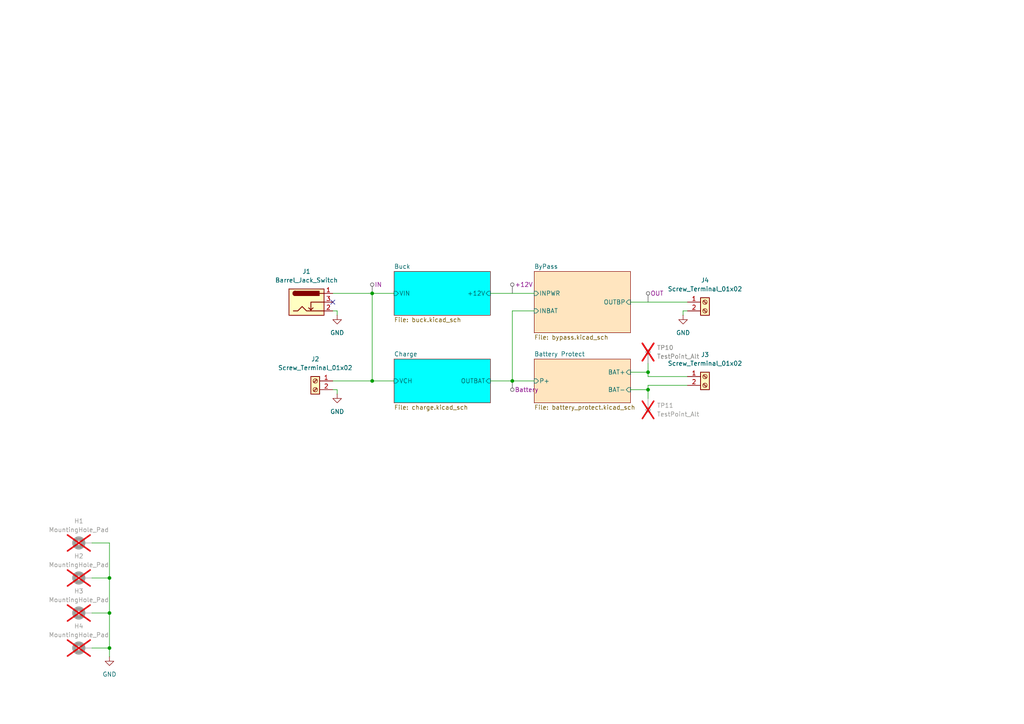
<source format=kicad_sch>
(kicad_sch (version 20250114) (generator "eeschema") (generator_version "9.0")
  (paper "A4")
  (title_block (title "UPS Lead Acid") (date "2025-06-05") (rev "1.0") (company "Electgpl"))
  (lib_symbols
    (symbol "Connector:Barrel_Jack_Switch" (pin_names (hide yes))
      (property "Reference" "J" (at 0 5.334 0))
      (property "Value" "Barrel_Jack_Switch" (at 0 -5.08 0))
      (symbol "Barrel_Jack_Switch_0_1"
        (rectangle (start -5.08 3.81) (end 5.08 -3.81) (stroke (width 0.254)) (fill (type background)))
        (polyline (pts (xy -3.81 -2.54) (xy -2.54 -2.54) (xy -1.27 -1.27) (xy 0 -2.54) (xy 2.54 -2.54) (xy 5.08 -2.54)) (stroke (width 0.254)))
        (arc (start -3.302 1.905) (mid -3.9343 2.54) (end -3.302 3.175) (stroke (width 0.254)))
        (arc (start -3.302 1.905) (mid -3.9343 2.54) (end -3.302 3.175) (stroke (width 0.254)) (fill (type outline)))
        (polyline (pts (xy 1.27 -2.286) (xy 1.905 -1.651)) (stroke (width 0.254)))
        (rectangle (start 3.683 3.175) (end -3.302 1.905) (stroke (width 0.254)) (fill (type outline)))
        (polyline (pts (xy 5.08 2.54) (xy 3.81 2.54)) (stroke (width 0.254)))
        (polyline (pts (xy 5.08 0) (xy 1.27 0) (xy 1.27 -2.286) (xy 0.635 -1.651)) (stroke (width 0.254)))
      )
      (symbol "Barrel_Jack_Switch_1_1"
        (pin passive line (at 7.62 2.54 180) (length 2.54) (name "~") (number "1"))
        (pin passive line (at 7.62 0 180) (length 2.54) (name "~") (number "3"))
        (pin passive line (at 7.62 -2.54 180) (length 2.54) (name "~") (number "2"))
      )
    )
    (symbol "Connector:Screw_Terminal_01x02" (pin_names (offset 1.016) (hide yes))
      (property "Reference" "J" (at 0 2.54 0))
      (property "Value" "Screw_Terminal_01x02" (at 0 -5.08 0))
      (symbol "Screw_Terminal_01x02_1_1"
        (rectangle (start -1.27 1.27) (end 1.27 -3.81) (stroke (width 0.254)) (fill (type background)))
        (polyline (pts (xy -0.5334 0.3302) (xy 0.3302 -0.508)) (stroke (width 0.1524)))
        (polyline (pts (xy -0.5334 -2.2098) (xy 0.3302 -3.048)) (stroke (width 0.1524)))
        (polyline (pts (xy -0.3556 0.508) (xy 0.508 -0.3302)) (stroke (width 0.1524)))
        (polyline (pts (xy -0.3556 -2.032) (xy 0.508 -2.8702)) (stroke (width 0.1524)))
        (circle (center 0 0) (radius 0.635) (stroke (width 0.1524)))
        (circle (center 0 -2.54) (radius 0.635) (stroke (width 0.1524)))
        (pin passive line (at -5.08 0 0) (length 3.81) (name "Pin_1") (number "1"))
        (pin passive line (at -5.08 -2.54 0) (length 3.81) (name "Pin_2") (number "2"))
      )
    )
    (symbol "Connector:TestPoint_Alt" (pin_numbers (hide yes)) (pin_names (offset 0.762) (hide yes))
      (property "Reference" "TP" (at 0 6.858 0))
      (property "Value" "TestPoint_Alt" (at 0 5.08 0))
      (symbol "TestPoint_Alt_0_1"
        (polyline (pts (xy 0 2.54) (xy -0.762 3.302) (xy 0 4.064) (xy 0.762 3.302) (xy 0 2.54)))
      )
      (symbol "TestPoint_Alt_1_1"
        (pin passive line (at 0 0 90) (length 2.54) (name "1") (number "1"))
      )
    )
    (symbol "Mechanical:MountingHole_Pad" (pin_numbers (hide yes)) (pin_names (offset 1.016) (hide yes)) (in_bom no)
      (property "Reference" "H" (at 0 6.35 0))
      (property "Value" "MountingHole_Pad" (at 0 4.445 0))
      (symbol "MountingHole_Pad_0_1"
        (circle (center 0 1.27) (radius 1.27) (stroke (width 1.27)))
      )
      (symbol "MountingHole_Pad_1_1"
        (pin input line (at 0 -2.54 90) (length 2.54) (name "1") (number "1"))
      )
    )
    (symbol "power:GND" (power) (pin_numbers (hide yes)) (pin_names (offset 0) (hide yes))
      (property "Value" "GND" (at 0 -3.81 0))
      (symbol "GND_0_1"
        (polyline (pts (xy 0 0) (xy 0 -1.27) (xy 1.27 -1.27) (xy 0 -2.54) (xy -1.27 -1.27) (xy 0 -1.27)))
      )
      (symbol "GND_1_1"
        (pin power_in line (at 0 0 270) (length 0) (name "~") (number "1"))
      )
    )
  )
  (junction (at 148.59 110.49))
  (junction (at 107.95 110.49))
  (junction (at 107.95 85.09))
  (junction (at 187.96 113.03))
  (junction (at 187.96 107.95))
  (junction (at 31.75 177.8))
  (junction (at 31.75 187.96))
  (junction (at 31.75 167.64))
  (no_connect (at 96.52 87.63))
  (wire (pts (xy 31.75 157.48) (xy 26.67 157.48)))
  (wire (pts (xy 96.52 85.09) (xy 107.95 85.09)))
  (wire (pts (xy 199.39 90.17) (xy 198.12 90.17)))
  (wire (pts (xy 26.67 177.8) (xy 31.75 177.8)))
  (wire (pts (xy 198.12 90.17) (xy 198.12 91.44)))
  (wire (pts (xy 187.96 107.95) (xy 182.88 107.95)))
  (wire (pts (xy 96.52 113.03) (xy 97.79 113.03)))
  (wire (pts (xy 187.96 111.76) (xy 187.96 113.03)))
  (wire (pts (xy 97.79 113.03) (xy 97.79 114.3)))
  (wire (pts (xy 31.75 190.5) (xy 31.75 187.96)))
  (wire (pts (xy 187.96 113.03) (xy 182.88 113.03)))
  (wire (pts (xy 31.75 177.8) (xy 31.75 167.64)))
  (wire (pts (xy 97.79 90.17) (xy 97.79 91.44)))
  (wire (pts (xy 187.96 105.41) (xy 187.96 107.95)))
  (wire (pts (xy 107.95 110.49) (xy 114.3 110.49)))
  (wire (pts (xy 31.75 187.96) (xy 31.75 177.8)))
  (wire (pts (xy 31.75 167.64) (xy 31.75 157.48)))
  (wire (pts (xy 142.24 85.09) (xy 154.94 85.09)))
  (wire (pts (xy 182.88 87.63) (xy 199.39 87.63)))
  (wire (pts (xy 148.59 110.49) (xy 154.94 110.49)))
  (wire (pts (xy 148.59 90.17) (xy 154.94 90.17)))
  (wire (pts (xy 187.96 109.22) (xy 187.96 107.95)))
  (wire (pts (xy 142.24 110.49) (xy 148.59 110.49)))
  (wire (pts (xy 26.67 187.96) (xy 31.75 187.96)))
  (wire (pts (xy 96.52 90.17) (xy 97.79 90.17)))
  (wire (pts (xy 107.95 85.09) (xy 107.95 110.49)))
  (wire (pts (xy 199.39 111.76) (xy 187.96 111.76)))
  (wire (pts (xy 187.96 115.57) (xy 187.96 113.03)))
  (wire (pts (xy 148.59 90.17) (xy 148.59 110.49)))
  (wire (pts (xy 96.52 110.49) (xy 107.95 110.49)))
  (wire (pts (xy 199.39 109.22) (xy 187.96 109.22)))
  (wire (pts (xy 114.3 85.09) (xy 107.95 85.09)))
  (wire (pts (xy 26.67 167.64) (xy 31.75 167.64)))
  (netclass_flag "" (length 2.54) (shape round) (at 187.96 87.63 0) (property "Netclass" "OUT" (at 188.6585 85.09 0) (effects (justify left))))
  (netclass_flag "" (length 2.54) (shape round) (at 148.59 85.09 0) (property "Netclass" "+12V" (at 149.2885 82.55 0) (effects (justify left))))
  (netclass_flag "" (length 2.54) (shape round) (at 148.59 110.49 180) (property "Netclass" "Battery" (at 149.2885 113.03 0) (effects (justify left))))
  (netclass_flag "" (length 2.54) (shape round) (at 107.95 85.09 0) (property "Netclass" "IN" (at 108.6485 82.55 0) (effects (justify left))))
  (symbol (lib_id "Connector:Barrel_Jack_Switch") (at 88.9 87.63 0) (unit 1)
    (property "Reference" "J1" (at 88.9 78.74 0))
    (property "Value" "Barrel_Jack_Switch" (at 88.9 81.28 0))
    (property "Footprint" "Connector_BarrelJack:BarrelJack_GCT_DCJ200-10-A_Horizontal" (effects (hide yes)))
    (property "Description" "DC Barrel Jack with an internal switch" (effects (hide yes)))
    (property "LCSC" "C194407" (effects (hide yes)))
    (property "MFR P/N" "DC-470-2.1GP" (effects (hide yes)))
  )
  (symbol (lib_id "power:GND") (at 97.79 91.44 0) (unit 1)
    (property "Reference" "#PWR036" (effects (hide yes)))
    (property "Value" "GND" (at 97.79 96.52 0))
  )
  (symbol (lib_id "Connector:TestPoint_Alt") (at 187.96 105.41 0) (unit 1) (dnp yes)
    (property "Reference" "TP10" (at 190.5 100.8379 0) (effects (justify left)))
    (property "Value" "TestPoint_Alt" (at 190.5 103.3779 0) (effects (justify left)))
    (property "Footprint" "TestPoint:TestPoint_Bridge_Pitch5.08mm_Drill1.3mm" (effects (hide yes)))
    (property "Description" "test point (alternative shape)" (effects (hide yes)))
  )
  (symbol (lib_id "Mechanical:MountingHole_Pad") (at 24.13 157.48 90) (unit 1) (in_bom no) (dnp yes)
    (property "Reference" "H1" (at 22.86 151.13 90))
    (property "Value" "MountingHole_Pad" (at 22.86 153.67 90))
    (property "Footprint" "MountingHole:MountingHole_3.2mm_M3_Pad_Via" (effects (hide yes)))
    (property "Description" "Mounting Hole with connection" (effects (hide yes)))
  )
  (symbol (lib_id "power:GND") (at 198.12 91.44 0) (unit 1)
    (property "Reference" "#PWR034" (effects (hide yes)))
    (property "Value" "GND" (at 198.12 96.52 0))
  )
  (symbol (lib_id "Connector:Screw_Terminal_01x02") (at 91.44 110.49 0) (mirror y) (unit 1)
    (property "Reference" "J2" (at 91.44 104.14 0))
    (property "Value" "Screw_Terminal_01x02" (at 91.44 106.68 0))
    (property "Footprint" "TerminalBlock_RND:TerminalBlock_RND_205-00232_1x02_P5.08mm_Horizontal" (effects (hide yes)))
    (property "Description" "Generic screw terminal, single row, 01x02, script generated (kicad-library-utils/schlib/autogen/connector/)" (effects (hide yes)))
    (property "LCSC" "C8465" (effects (hide yes)))
    (property "MFR P/N" "WJ500V-5.08-2P" (effects (hide yes)))
  )
  (symbol (lib_id "Mechanical:MountingHole_Pad") (at 24.13 177.8 90) (unit 1) (in_bom no) (dnp yes)
    (property "Reference" "H3" (at 22.86 171.45 90))
    (property "Value" "MountingHole_Pad" (at 22.86 173.99 90))
    (property "Footprint" "MountingHole:MountingHole_3.2mm_M3_Pad_Via" (effects (hide yes)))
    (property "Description" "Mounting Hole with connection" (effects (hide yes)))
  )
  (symbol (lib_id "power:GND") (at 97.79 114.3 0) (unit 1)
    (property "Reference" "#PWR035" (effects (hide yes)))
    (property "Value" "GND" (at 97.79 119.38 0))
  )
  (symbol (lib_id "power:GND") (at 31.75 190.5 0) (unit 1)
    (property "Reference" "#PWR037" (effects (hide yes)))
    (property "Value" "GND" (at 31.75 195.58 0))
  )
  (symbol (lib_id "Connector:Screw_Terminal_01x02") (at 204.47 109.22 0) (unit 1)
    (property "Reference" "J3" (at 204.47 102.87 0))
    (property "Value" "Screw_Terminal_01x02" (at 204.47 105.41 0))
    (property "Footprint" "TerminalBlock_RND:TerminalBlock_RND_205-00232_1x02_P5.08mm_Horizontal" (effects (hide yes)))
    (property "Description" "Generic screw terminal, single row, 01x02, script generated (kicad-library-utils/schlib/autogen/connector/)" (effects (hide yes)))
    (property "LCSC" "C8465" (effects (hide yes)))
    (property "MFR P/N" "WJ500V-5.08-2P" (effects (hide yes)))
  )
  (symbol (lib_id "Mechanical:MountingHole_Pad") (at 24.13 167.64 90) (unit 1) (in_bom no) (dnp yes)
    (property "Reference" "H2" (at 22.86 161.29 90))
    (property "Value" "MountingHole_Pad" (at 22.86 163.83 90))
    (property "Footprint" "MountingHole:MountingHole_3.2mm_M3_Pad_Via" (effects (hide yes)))
    (property "Description" "Mounting Hole with connection" (effects (hide yes)))
  )
  (symbol (lib_id "Connector:TestPoint_Alt") (at 187.96 115.57 180) (unit 1) (dnp yes)
    (property "Reference" "TP11" (at 190.5 117.6019 0) (effects (justify right)))
    (property "Value" "TestPoint_Alt" (at 190.5 120.1419 0) (effects (justify right)))
    (property "Footprint" "TestPoint:TestPoint_Bridge_Pitch5.08mm_Drill1.3mm" (effects (hide yes)))
    (property "Description" "test point (alternative shape)" (effects (hide yes)))
  )
  (symbol (lib_id "Connector:Screw_Terminal_01x02") (at 204.47 87.63 0) (unit 1)
    (property "Reference" "J4" (at 204.47 81.28 0))
    (property "Value" "Screw_Terminal_01x02" (at 204.47 83.82 0))
    (property "Footprint" "TerminalBlock_RND:TerminalBlock_RND_205-00232_1x02_P5.08mm_Horizontal" (effects (hide yes)))
    (property "Description" "Generic screw terminal, single row, 01x02, script generated (kicad-library-utils/schlib/autogen/connector/)" (effects (hide yes)))
    (property "LCSC" "C8465" (effects (hide yes)))
    (property "MFR P/N" "WJ500V-5.08-2P" (effects (hide yes)))
  )
  (symbol (lib_id "Mechanical:MountingHole_Pad") (at 24.13 187.96 90) (unit 1) (in_bom no) (dnp yes)
    (property "Reference" "H4" (at 22.86 181.61 90))
    (property "Value" "MountingHole_Pad" (at 22.86 184.15 90))
    (property "Footprint" "MountingHole:MountingHole_3.2mm_M3_Pad_Via" (effects (hide yes)))
    (property "Description" "Mounting Hole with connection" (effects (hide yes)))
  )
  (sheet (at 154.94 78.74) (size 27.94 17.78) (stroke (width 0.1524)) (fill (color 255 229 191 1.0000))
    (property "Sheetname" "ByPass" (at 154.94 78.0284 0) (effects (justify left bottom)))
    (property "Sheetfile" "bypass.kicad_sch" (at 154.94 97.1046 0) (effects (justify left top)))
    (pin "INBAT" input (at 154.94 90.17 180))
    (pin "INPWR" input (at 154.94 85.09 180))
    (pin "OUTBP" input (at 182.88 87.63 0))
  )
  (sheet (at 154.94 104.14) (size 27.94 12.7) (stroke (width 0.1524)) (fill (color 255 229 191 1.0000))
    (property "Sheetname" "Battery Protect" (at 154.94 103.4284 0) (effects (justify left bottom)))
    (property "Sheetfile" "battery_protect.kicad_sch" (at 154.94 117.4246 0) (effects (justify left top)))
    (pin "BAT+" input (at 182.88 107.95 0))
    (pin "BAT-" input (at 182.88 113.03 0))
    (pin "P+" input (at 154.94 110.49 180))
  )
  (sheet (at 114.3 78.74) (size 27.94 12.7) (stroke (width 0.1524)) (fill (color 0 255 255 1.0000))
    (property "Sheetname" "Buck" (at 114.3 78.0284 0) (effects (justify left bottom)))
    (property "Sheetfile" "buck.kicad_sch" (at 114.3 92.0246 0) (effects (justify left top)))
    (pin "+12V" input (at 142.24 85.09 0))
    (pin "VIN" input (at 114.3 85.09 180))
  )
  (sheet (at 114.3 104.14) (size 27.94 12.7) (stroke (width 0.1524)) (fill (color 0 255 255 1.0000))
    (property "Sheetname" "Charge" (at 114.3 103.4284 0) (effects (justify left bottom)))
    (property "Sheetfile" "charge.kicad_sch" (at 114.3 117.4246 0) (effects (justify left top)))
    (pin "OUTBAT" input (at 142.24 110.49 0))
    (pin "VCH" input (at 114.3 110.49 180))
  )
)
</source>
